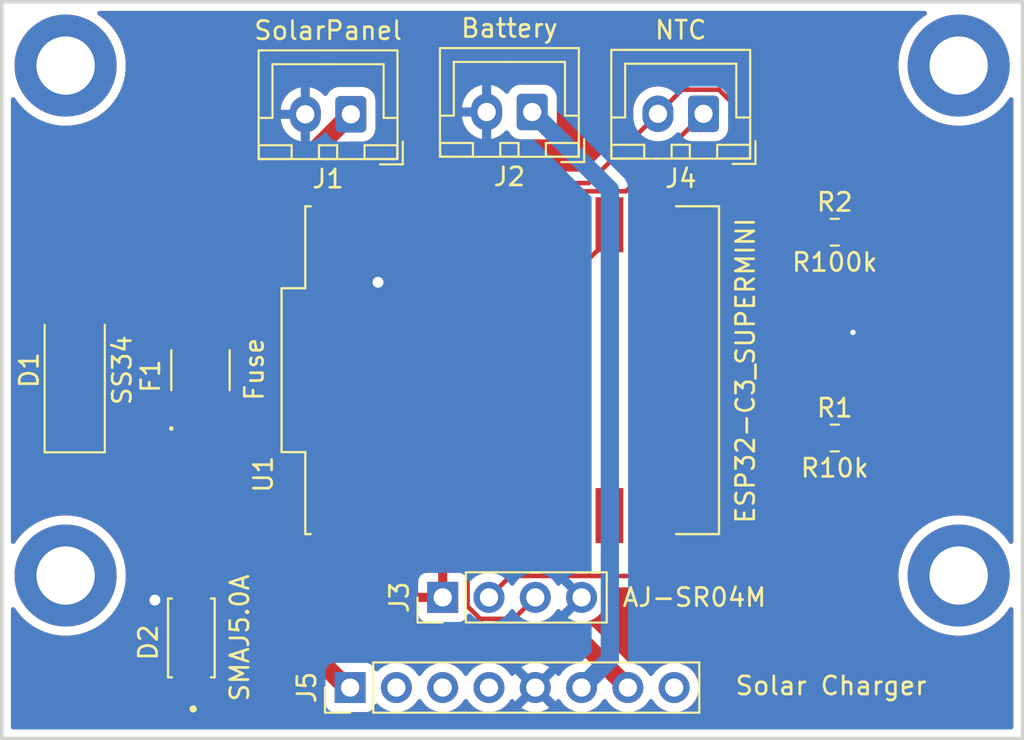
<source format=kicad_pcb>
(kicad_pcb (version 20241229) (generator "pcbnew") (generator_version "9.0")
  (layers (0 "F.Cu" signal) (2 "B.Cu" signal) (13 "F.Paste" user) (15 "B.Paste" user) (5 "F.SilkS" user "F.Silkscreen") (7 "B.SilkS" user "B.Silkscreen") (1 "F.Mask" user) (3 "B.Mask" user) (25 "Edge.Cuts" user))
  (net 0 "")
  (net 1 "SOLAR_POSITIVE")
  (net 2 "GND")
  (net 3 "5V")
  (net 4 "Net-(D1-A)")
  (net 5 "5V_IN")
  (net 6 "BAT_POSITIVE")
  (net 7 "Net-(J3-Pin_3)")
  (net 8 "Net-(J3-Pin_2)")
  (net 9 "Net-(J4-Pin_2)")
  (net 10 "3.3V")
  (footprint "Resistor_SMD:R_0805_2012Metric_Pad1.20x1.40mm_HandSolder" (layer "F.Cu") (at 163.8 92.2)
    (property "Reference" "R1" (at 0 -1.65 0) (layer "F.SilkS"))
    (property "Value" "R10k" (at 0 1.65 0) (layer "F.SilkS"))
    (fp_line (start -0.227064 -0.735) (end 0.227064 -0.735) (stroke (width 0.12)) (layer "F.SilkS"))
    (fp_line (start -0.227064 0.735) (end 0.227064 0.735) (stroke (width 0.12)) (layer "F.SilkS"))
    (pad "1" smd roundrect (at -1 0) (size 1.2 1.4) (layers "F.Cu" "F.Mask" "F.Paste") (roundrect_rratio 0.208333) (net 8 "Net-(J3-Pin_2)"))
    (pad "2" smd roundrect (at 1 0) (size 1.2 1.4) (layers "F.Cu" "F.Mask" "F.Paste") (roundrect_rratio 0.208333) (net 2 "GND"))
  )
  (footprint "Connector_JST:JST_XH_B2B-XH-A_1x02_P2.50mm_Vertical" (layer "F.Cu") (at 147.2 74.3 180)
    (property "Reference" "J2" (at 1.25 -3.55 0) (layer "F.SilkS"))
    (property "Value" "Battery" (at 1.25 4.6 0) (layer "F.SilkS"))
    (fp_line (start 5.06 3.51) (end 5.06 -2.46) (stroke (width 0.12)) (layer "F.SilkS"))
    (fp_line (start 5.06 -2.46) (end -2.56 -2.46) (stroke (width 0.12)) (layer "F.SilkS"))
    (fp_line (start 5.05 -0.2) (end 4.3 -0.2) (stroke (width 0.12)) (layer "F.SilkS"))
    (fp_line (start 5.05 -1.7) (end 5.05 -2.45) (stroke (width 0.12)) (layer "F.SilkS"))
    (fp_line (start 5.05 -2.45) (end 3.25 -2.45) (stroke (width 0.12)) (layer "F.SilkS"))
    (fp_line (start 4.3 2.75) (end 1.25 2.75) (stroke (width 0.12)) (layer "F.SilkS"))
    (fp_line (start 4.3 -0.2) (end 4.3 2.75) (stroke (width 0.12)) (layer "F.SilkS"))
    (fp_line (start 3.25 -1.7) (end 5.05 -1.7) (stroke (width 0.12)) (layer "F.SilkS"))
    (fp_line (start 3.25 -2.45) (end 3.25 -1.7) (stroke (width 0.12)) (layer "F.SilkS"))
    (fp_line (start 1.75 -1.7) (end 1.75 -2.45) (stroke (width 0.12)) (layer "F.SilkS"))
    (fp_line (start 1.75 -2.45) (end 0.75 -2.45) (stroke (width 0.12)) (layer "F.SilkS"))
    (fp_line (start 0.75 -1.7) (end 1.75 -1.7) (stroke (width 0.12)) (layer "F.SilkS"))
    (fp_line (start 0.75 -2.45) (end 0.75 -1.7) (stroke (width 0.12)) (layer "F.SilkS"))
    (fp_line (start -0.75 -1.7) (end -0.75 -2.45) (stroke (width 0.12)) (layer "F.SilkS"))
    (fp_line (start -0.75 -2.45) (end -2.55 -2.45) (stroke (width 0.12)) (layer "F.SilkS"))
    (fp_line (start -1.6 -2.75) (end -2.85 -2.75) (stroke (width 0.12)) (layer "F.SilkS"))
    (fp_line (start -1.8 2.75) (end 1.25 2.75) (stroke (width 0.12)) (layer "F.SilkS"))
    (fp_line (start -1.8 -0.2) (end -1.8 2.75) (stroke (width 0.12)) (layer "F.SilkS"))
    (fp_line (start -2.55 -0.2) (end -1.8 -0.2) (stroke (width 0.12)) (layer "F.SilkS"))
    (fp_line (start -2.55 -1.7) (end -0.75 -1.7) (stroke (width 0.12)) (layer "F.SilkS"))
    (fp_line (start -2.55 -2.45) (end -2.55 -1.7) (stroke (width 0.12)) (layer "F.SilkS"))
    (fp_line (start -2.56 3.51) (end 5.06 3.51) (stroke (width 0.12)) (layer "F.SilkS"))
    (fp_line (start -2.56 -2.46) (end -2.56 3.51) (stroke (width 0.12)) (layer "F.SilkS"))
    (fp_line (start -2.85 -2.75) (end -2.85 -1.5) (stroke (width 0.12)) (layer "F.SilkS"))
    (pad "1" thru_hole roundrect (at 0 0 180) (size 1.7 2) (drill 1) (layers "*.Cu" "*.Mask") (roundrect_rratio 0.147059) (net 6 "BAT_POSITIVE"))
    (pad "2" thru_hole oval (at 2.5 0 180) (size 1.7 2) (drill 1) (layers "*.Cu" "*.Mask") (net 2 "GND"))
  )
  (footprint "footprints:MODULE_ESP32-C3_SUPERMINI_SMD" (layer "F.Cu") (at 146.1 88.475 90)
    (property "Reference" "U1" (at -5.715 -13.6525 90) (layer "F.SilkS"))
    (property "Value" "ESP32-C3_SUPERMINI" (at -0.025 12.8 90) (layer "F.SilkS"))
    (fp_line (start 4.5 -12.65) (end -4.5 -12.65) (stroke (width 0.127)) (layer "F.SilkS"))
    (fp_line (start 4.5 -12.65) (end 4.5 -11.35) (stroke (width 0.127)) (layer "F.SilkS"))
    (fp_line (start -4.5 -12.65) (end -4.5 -11.35) (stroke (width 0.127)) (layer "F.SilkS"))
    (fp_line (start 9 -11.35) (end 4.5 -11.35) (stroke (width 0.127)) (layer "F.SilkS"))
    (fp_line (start -4.5 -11.35) (end -9 -11.35) (stroke (width 0.127)) (layer "F.SilkS"))
    (fp_line (start 9 -11.05) (end 9 -11.35) (stroke (width 0.127)) (layer "F.SilkS"))
    (fp_line (start -9 -11.05) (end -9 -11.35) (stroke (width 0.127)) (layer "F.SilkS"))
    (fp_line (start 9 11.35) (end 9 9) (stroke (width 0.127)) (layer "F.SilkS"))
    (fp_line (start 9 11.35) (end -9 11.35) (stroke (width 0.127)) (layer "F.SilkS"))
    (fp_line (start -9 11.35) (end -9 9) (stroke (width 0.127)) (layer "F.SilkS"))
    (pad "0" smd rect (at 7.985 7.88 90) (size 3.025 1.524) (layers "F.Cu" "F.Mask" "F.Paste") (net 8 "Net-(J3-Pin_2)"))
    (pad "1" smd rect (at 7.985 5.34 90) (size 3.025 1.524) (layers "F.Cu" "F.Mask" "F.Paste") (net 7 "Net-(J3-Pin_3)"))
    (pad "2" smd rect (at 7.985 2.8 90) (size 3.025 1.524) (layers "F.Cu" "F.Mask" "F.Paste"))
    (pad "3" smd rect (at 7.985 0.26 90) (size 3.025 1.524) (layers "F.Cu" "F.Mask" "F.Paste"))
    (pad "3.3" smd rect (at 7.985 -4.82 90) (size 3.025 1.524) (layers "F.Cu" "F.Mask" "F.Paste") (net 10 "3.3V"))
    (pad "4" smd rect (at 7.985 -2.28 90) (size 3.025 1.524) (layers "F.Cu" "F.Mask" "F.Paste") (net 9 "Net-(J4-Pin_2)"))
    (pad "5" smd rect (at -7.985 -9.9 90) (size 3.025 1.524) (layers "F.Cu" "F.Mask" "F.Paste"))
    (pad "5V" smd rect (at 7.985 -9.9 90) (size 3.025 1.524) (layers "F.Cu" "F.Mask" "F.Paste") (net 3 "5V"))
    (pad "6" smd rect (at -7.985 -7.36 90) (size 3.025 1.524) (layers "F.Cu" "F.Mask" "F.Paste"))
    (pad "7" smd rect (at -7.985 -4.82 90) (size 3.025 1.524) (layers "F.Cu" "F.Mask" "F.Paste"))
    (pad "8" smd rect (at -7.985 -2.28 90) (size 3.025 1.524) (layers "F.Cu" "F.Mask" "F.Paste"))
    (pad "9" smd rect (at -7.985 0.26 90) (size 3.025 1.524) (layers "F.Cu" "F.Mask" "F.Paste"))
    (pad "10" smd rect (at -7.985 2.8 90) (size 3.025 1.524) (layers "F.Cu" "F.Mask" "F.Paste"))
    (pad "20" smd rect (at -7.985 5.34 90) (size 3.025 1.524) (layers "F.Cu" "F.Mask" "F.Paste"))
    (pad "21" smd rect (at -7.985 7.88 90) (size 3.025 1.524) (layers "F.Cu" "F.Mask" "F.Paste"))
    (pad "G" smd rect (at 7.985 -7.36 90) (size 3.025 1.524) (layers "F.Cu" "F.Mask" "F.Paste") (net 2 "GND"))
  )
  (footprint "Connector_PinHeader_2.54mm:PinHeader_1x08_P2.54mm_Vertical" (layer "F.Cu") (at 137.21 105.9 90)
    (property "Reference" "J5" (at 0 -2.38 90) (layer "F.SilkS"))
    (property "Value" "Solar Charger" (at 0.1 26.39 180) (layer "F.SilkS"))
    (fp_line (start -1.38 -1.38) (end 0 -1.38) (stroke (width 0.12)) (layer "F.SilkS"))
    (fp_line (start -1.38 0) (end -1.38 -1.38) (stroke (width 0.12)) (layer "F.SilkS"))
    (fp_line (start 1.38 1.27) (end 1.38 19.16) (stroke (width 0.12)) (layer "F.SilkS"))
    (fp_line (start -1.38 1.27) (end 1.38 1.27) (stroke (width 0.12)) (layer "F.SilkS"))
    (fp_line (start -1.38 1.27) (end -1.38 19.16) (stroke (width 0.12)) (layer "F.SilkS"))
    (fp_line (start -1.38 19.16) (end 1.38 19.16) (stroke (width 0.12)) (layer "F.SilkS"))
    (pad "1" thru_hole rect (at 0 0 90) (size 1.7 1.7) (drill 1) (layers "*.Cu" "*.Mask") (net 1 "SOLAR_POSITIVE"))
    (pad "2" thru_hole circle (at 0 2.54 90) (size 1.7 1.7) (drill 1) (layers "*.Cu" "*.Mask"))
    (pad "3" thru_hole circle (at 0 5.08 90) (size 1.7 1.7) (drill 1) (layers "*.Cu" "*.Mask"))
    (pad "4" thru_hole circle (at 0 7.62 90) (size 1.7 1.7) (drill 1) (layers "*.Cu" "*.Mask"))
    (pad "5" thru_hole circle (at 0 10.16 90) (size 1.7 1.7) (drill 1) (layers "*.Cu" "*.Mask") (net 2 "GND"))
    (pad "6" thru_hole circle (at 0 12.7 90) (size 1.7 1.7) (drill 1) (layers "*.Cu" "*.Mask") (net 6 "BAT_POSITIVE"))
    (pad "7" thru_hole circle (at 0 15.24 90) (size 1.7 1.7) (drill 1) (layers "*.Cu" "*.Mask") (net 5 "5V_IN"))
    (pad "8" thru_hole circle (at 0 17.78 90) (size 1.7 1.7) (drill 1) (layers "*.Cu" "*.Mask"))
  )
  (footprint "MountingHole:MountingHole_3.2mm_M3_DIN965_Pad_TopBottom" (layer "F.Cu") (at 170.6 99.75)
    (property "Reference" "REF**" (hide yes))
    (property "Value" "MountingHole_3.2mm_M3_DIN965_Pad_TopBottom" (hide yes))
    (pad "1" thru_hole circle (at 0 0) (size 3.6 3.6) (drill 3.2) (layers "*.Cu" "*.Mask"))
    (pad "1" connect circle (at 0 0) (size 5.6 5.6) (layers "F.Cu" "F.Mask"))
    (pad "1" connect circle (at 0 0) (size 5.6 5.6) (layers "B.Cu" "B.Mask"))
  )
  (footprint "MountingHole:MountingHole_3.2mm_M3_DIN965_Pad_TopBottom" (layer "F.Cu") (at 170.6 71.75)
    (property "Reference" "REF**" (hide yes))
    (property "Value" "MountingHole_3.2mm_M3_DIN965_Pad_TopBottom" (hide yes))
    (pad "1" thru_hole circle (at 0 0) (size 3.6 3.6) (drill 3.2) (layers "*.Cu" "*.Mask"))
    (pad "1" connect circle (at 0 0) (size 5.6 5.6) (layers "F.Cu" "F.Mask"))
    (pad "1" connect circle (at 0 0) (size 5.6 5.6) (layers "B.Cu" "B.Mask"))
  )
  (footprint "Diode_SMD:D_SMA_Handsoldering" (layer "F.Cu") (at 122.1 88.475 90)
    (property "Reference" "D1" (at 0 -2.5 90) (layer "F.SilkS"))
    (property "Value" "SS34" (at 0 2.6 90) (layer "F.SilkS"))
    (fp_line (start -4.51 -1.65) (end 2.5 -1.65) (stroke (width 0.12)) (layer "F.SilkS"))
    (fp_line (start -4.51 -1.65) (end -4.51 1.65) (stroke (width 0.12)) (layer "F.SilkS"))
    (fp_line (start -4.51 1.65) (end 2.5 1.65) (stroke (width 0.12)) (layer "F.SilkS"))
    (pad "1" smd roundrect (at -2.5 0 90) (size 3.5 1.8) (layers "F.Cu" "F.Mask" "F.Paste") (roundrect_rratio 0.1388888889) (net 1 "SOLAR_POSITIVE"))
    (pad "2" smd roundrect (at 2.5 0 90) (size 3.5 1.8) (layers "F.Cu" "F.Mask" "F.Paste") (roundrect_rratio 0.1388888889) (net 4 "Net-(D1-A)"))
  )
  (footprint "MountingHole:MountingHole_3.2mm_M3_DIN965_Pad_TopBottom" (layer "F.Cu") (at 121.6 71.75)
    (property "Reference" "REF**" (hide yes))
    (property "Value" "MountingHole_3.2mm_M3_DIN965_Pad_TopBottom" (hide yes))
    (pad "1" thru_hole circle (at 0 0) (size 3.6 3.6) (drill 3.2) (layers "*.Cu" "*.Mask"))
    (pad "1" connect circle (at 0 0) (size 5.6 5.6) (layers "F.Cu" "F.Mask"))
    (pad "1" connect circle (at 0 0) (size 5.6 5.6) (layers "B.Cu" "B.Mask"))
  )
  (footprint "Connector_PinHeader_2.54mm:PinHeader_1x04_P2.54mm_Vertical" (layer "F.Cu") (at 142.29 100.95 90)
    (property "Reference" "J3" (at 0 -2.38 90) (layer "F.SilkS"))
    (property "Value" "AJ-SR04M" (at 0 13.81 180) (layer "F.SilkS"))
    (fp_line (start -1.38 -1.38) (end 0 -1.38) (stroke (width 0.12)) (layer "F.SilkS"))
    (fp_line (start -1.38 0) (end -1.38 -1.38) (stroke (width 0.12)) (layer "F.SilkS"))
    (fp_line (start 1.38 1.27) (end 1.38 9) (stroke (width 0.12)) (layer "F.SilkS"))
    (fp_line (start -1.38 1.27) (end 1.38 1.27) (stroke (width 0.12)) (layer "F.SilkS"))
    (fp_line (start -1.38 1.27) (end -1.38 9) (stroke (width 0.12)) (layer "F.SilkS"))
    (fp_line (start -1.38 9) (end 1.38 9) (stroke (width 0.12)) (layer "F.SilkS"))
    (pad "1" thru_hole rect (at 0 0 90) (size 1.7 1.7) (drill 1) (layers "*.Cu" "*.Mask") (net 3 "5V"))
    (pad "2" thru_hole circle (at 0 2.54 90) (size 1.7 1.7) (drill 1) (layers "*.Cu" "*.Mask") (net 8 "Net-(J3-Pin_2)"))
    (pad "3" thru_hole circle (at 0 5.08 90) (size 1.7 1.7) (drill 1) (layers "*.Cu" "*.Mask") (net 7 "Net-(J3-Pin_3)"))
    (pad "4" thru_hole circle (at 0 7.62 90) (size 1.7 1.7) (drill 1) (layers "*.Cu" "*.Mask") (net 2 "GND"))
  )
  (footprint "Connector_JST:JST_XH_B2B-XH-A_1x02_P2.50mm_Vertical" (layer "F.Cu") (at 156.6 74.4 180)
    (property "Reference" "J4" (at 1.25 -3.55 0) (layer "F.SilkS"))
    (property "Value" "NTC" (at 1.25 4.6 0) (layer "F.SilkS"))
    (fp_line (start 5.06 3.51) (end 5.06 -2.46) (stroke (width 0.12)) (layer "F.SilkS"))
    (fp_line (start 5.06 -2.46) (end -2.56 -2.46) (stroke (width 0.12)) (layer "F.SilkS"))
    (fp_line (start 5.05 -0.2) (end 4.3 -0.2) (stroke (width 0.12)) (layer "F.SilkS"))
    (fp_line (start 5.05 -1.7) (end 5.05 -2.45) (stroke (width 0.12)) (layer "F.SilkS"))
    (fp_line (start 5.05 -2.45) (end 3.25 -2.45) (stroke (width 0.12)) (layer "F.SilkS"))
    (fp_line (start 4.3 2.75) (end 1.25 2.75) (stroke (width 0.12)) (layer "F.SilkS"))
    (fp_line (start 4.3 -0.2) (end 4.3 2.75) (stroke (width 0.12)) (layer "F.SilkS"))
    (fp_line (start 3.25 -1.7) (end 5.05 -1.7) (stroke (width 0.12)) (layer "F.SilkS"))
    (fp_line (start 3.25 -2.45) (end 3.25 -1.7) (stroke (width 0.12)) (layer "F.SilkS"))
    (fp_line (start 1.75 -1.7) (end 1.75 -2.45) (stroke (width 0.12)) (layer "F.SilkS"))
    (fp_line (start 1.75 -2.45) (end 0.75 -2.45) (stroke (width 0.12)) (layer "F.SilkS"))
    (fp_line (start 0.75 -1.7) (end 1.75 -1.7) (stroke (width 0.12)) (layer "F.SilkS"))
    (fp_line (start 0.75 -2.45) (end 0.75 -1.7) (stroke (width 0.12)) (layer "F.SilkS"))
    (fp_line (start -0.75 -1.7) (end -0.75 -2.45) (stroke (width 0.12)) (layer "F.SilkS"))
    (fp_line (start -0.75 -2.45) (end -2.55 -2.45) (stroke (width 0.12)) (layer "F.SilkS"))
    (fp_line (start -1.6 -2.75) (end -2.85 -2.75) (stroke (width 0.12)) (layer "F.SilkS"))
    (fp_line (start -1.8 2.75) (end 1.25 2.75) (stroke (width 0.12)) (layer "F.SilkS"))
    (fp_line (start -1.8 -0.2) (end -1.8 2.75) (stroke (width 0.12)) (layer "F.SilkS"))
    (fp_line (start -2.55 -0.2) (end -1.8 -0.2) (stroke (width 0.12)) (layer "F.SilkS"))
    (fp_line (start -2.55 -1.7) (end -0.75 -1.7) (stroke (width 0.12)) (layer "F.SilkS"))
    (fp_line (start -2.55 -2.45) (end -2.55 -1.7) (stroke (width 0.12)) (layer "F.SilkS"))
    (fp_line (start -2.56 3.51) (end 5.06 3.51) (stroke (width 0.12)) (layer "F.SilkS"))
    (fp_line (start -2.56 -2.46) (end -2.56 3.51) (stroke (width 0.12)) (layer "F.SilkS"))
    (fp_line (start -2.85 -2.75) (end -2.85 -1.5) (stroke (width 0.12)) (layer "F.SilkS"))
    (pad "1" thru_hole roundrect (at 0 0 180) (size 1.7 2) (drill 1) (layers "*.Cu" "*.Mask") (roundrect_rratio 0.147059) (net 10 "3.3V"))
    (pad "2" thru_hole oval (at 2.5 0 180) (size 1.7 2) (drill 1) (layers "*.Cu" "*.Mask") (net 9 "Net-(J4-Pin_2)"))
  )
  (footprint "footprints:FUSM4632X85" (layer "F.Cu") (at 129 88.475 90)
    (property "Reference" "F1" (at -0.325475 -2.738945 90) (layer "F.SilkS") (effects (font (size 1.001441 1.001441))))
    (property "Value" "Fuse" (at 0.05 2.95 90) (layer "F.SilkS") (effects (font (size 1.00085 1.00085))))
    (fp_line (start -1.1 -1.6) (end 1.1 -1.6) (stroke (width 0.127)) (layer "F.SilkS"))
    (fp_line (start 1.1 1.6) (end -1.1 1.6) (stroke (width 0.127)) (layer "F.SilkS"))
    (fp_circle (center -3.2 -1.6) (end -3.073 -1.6) (fill yes) (layer "F.SilkS"))
    (pad "1" smd rect (at -2.1 0 90) (size 1.5 3.2) (layers "F.Cu" "F.Mask" "F.Paste") (net 5 "5V_IN"))
    (pad "2" smd rect (at 2.1 0 90) (size 1.5 3.2) (layers "F.Cu" "F.Mask" "F.Paste") (net 3 "5V"))
  )
  (footprint "Connector_JST:JST_XH_B2B-XH-A_1x02_P2.50mm_Vertical" (layer "F.Cu") (at 137.25 74.425 180)
    (property "Reference" "J1" (at 1.25 -3.55 0) (layer "F.SilkS"))
    (property "Value" "SolarPanel" (at 1.25 4.6 0) (layer "F.SilkS"))
    (fp_line (start 5.06 3.51) (end 5.06 -2.46) (stroke (width 0.12)) (layer "F.SilkS"))
    (fp_line (start 5.06 -2.46) (end -2.56 -2.46) (stroke (width 0.12)) (layer "F.SilkS"))
    (fp_line (start 5.05 -0.2) (end 4.3 -0.2) (stroke (width 0.12)) (layer "F.SilkS"))
    (fp_line (start 5.05 -1.7) (end 5.05 -2.45) (stroke (width 0.12)) (layer "F.SilkS"))
    (fp_line (start 5.05 -2.45) (end 3.25 -2.45) (stroke (width 0.12)) (layer "F.SilkS"))
    (fp_line (start 4.3 2.75) (end 1.25 2.75) (stroke (width 0.12)) (layer "F.SilkS"))
    (fp_line (start 4.3 -0.2) (end 4.3 2.75) (stroke (width 0.12)) (layer "F.SilkS"))
    (fp_line (start 3.25 -1.7) (end 5.05 -1.7) (stroke (width 0.12)) (layer "F.SilkS"))
    (fp_line (start 3.25 -2.45) (end 3.25 -1.7) (stroke (width 0.12)) (layer "F.SilkS"))
    (fp_line (start 1.75 -1.7) (end 1.75 -2.45) (stroke (width 0.12)) (layer "F.SilkS"))
    (fp_line (start 1.75 -2.45) (end 0.75 -2.45) (stroke (width 0.12)) (layer "F.SilkS"))
    (fp_line (start 0.75 -1.7) (end 1.75 -1.7) (stroke (width 0.12)) (layer "F.SilkS"))
    (fp_line (start 0.75 -2.45) (end 0.75 -1.7) (stroke (width 0.12)) (layer "F.SilkS"))
    (fp_line (start -0.75 -1.7) (end -0.75 -2.45) (stroke (width 0.12)) (layer "F.SilkS"))
    (fp_line (start -0.75 -2.45) (end -2.55 -2.45) (stroke (width 0.12)) (layer "F.SilkS"))
    (fp_line (start -1.6 -2.75) (end -2.85 -2.75) (stroke (width 0.12)) (layer "F.SilkS"))
    (fp_line (start -1.8 2.75) (end 1.25 2.75) (stroke (width 0.12)) (layer "F.SilkS"))
    (fp_line (start -1.8 -0.2) (end -1.8 2.75) (stroke (width 0.12)) (layer "F.SilkS"))
    (fp_line (start -2.55 -0.2) (end -1.8 -0.2) (stroke (width 0.12)) (layer "F.SilkS"))
    (fp_line (start -2.55 -1.7) (end -0.75 -1.7) (stroke (width 0.12)) (layer "F.SilkS"))
    (fp_line (start -2.55 -2.45) (end -2.55 -1.7) (stroke (width 0.12)) (layer "F.SilkS"))
    (fp_line (start -2.56 3.51) (end 5.06 3.51) (stroke (width 0.12)) (layer "F.SilkS"))
    (fp_line (start -2.56 -2.46) (end -2.56 3.51) (stroke (width 0.12)) (layer "F.SilkS"))
    (fp_line (start -2.85 -2.75) (end -2.85 -1.5) (stroke (width 0.12)) (layer "F.SilkS"))
    (pad "1" thru_hole roundrect (at 0 0 180) (size 1.7 2) (drill 1) (layers "*.Cu" "*.Mask") (roundrect_rratio 0.147059) (net 4 "Net-(D1-A)"))
    (pad "2" thru_hole oval (at 2.5 0 180) (size 1.7 2) (drill 1) (layers "*.Cu" "*.Mask") (net 2 "GND"))
  )
  (footprint "MountingHole:MountingHole_3.2mm_M3_DIN965_Pad_TopBottom" (layer "F.Cu") (at 121.6 99.75)
    (property "Reference" "REF**" (hide yes))
    (property "Value" "MountingHole_3.2mm_M3_DIN965_Pad_TopBottom" (hide yes))
    (pad "1" thru_hole circle (at 0 0) (size 3.6 3.6) (drill 3.2) (layers "*.Cu" "*.Mask"))
    (pad "1" connect circle (at 0 0) (size 5.6 5.6) (layers "F.Cu" "F.Mask"))
    (pad "1" connect circle (at 0 0) (size 5.6 5.6) (layers "B.Cu" "B.Mask"))
  )
  (footprint "footprints:DIOM4325X250N" (layer "F.Cu") (at 128.5 103.175 90)
    (property "Reference" "D2" (at -0.25 -2.365 90) (layer "F.SilkS"))
    (property "Value" "SMAJ5.0A" (at 0 2.65 90) (layer "F.SilkS"))
    (fp_line (start 2.165 -1.28) (end -2.165 -1.28) (stroke (width 0.127)) (layer "F.SilkS"))
    (fp_line (start -2.165 -1.28) (end -2.165 -1.07) (stroke (width 0.127)) (layer "F.SilkS"))
    (fp_line (start 2.165 -1.07) (end 2.165 -1.28) (stroke (width 0.127)) (layer "F.SilkS"))
    (fp_line (start 2.165 1.28) (end 2.165 1.07) (stroke (width 0.127)) (layer "F.SilkS"))
    (fp_line (start -2.165 1.28) (end -2.165 1.07) (stroke (width 0.127)) (layer "F.SilkS"))
    (fp_line (start -2.165 1.28) (end 2.165 1.28) (stroke (width 0.127)) (layer "F.SilkS"))
    (fp_circle (center -3.9 0.1) (end -3.8 0.1) (stroke (width 0.2)) (fill no) (layer "F.SilkS"))
    (pad "A" smd rect (at 2.115 0 90) (size 2.12 1.5) (layers "F.Cu" "F.Mask" "F.Paste") (net 2 "GND"))
    (pad "C" smd rect (at -2.115 0 90) (size 2.12 1.5) (layers "F.Cu" "F.Mask" "F.Paste") (net 3 "5V"))
  )
  (footprint "Resistor_SMD:R_0805_2012Metric_Pad1.20x1.40mm_HandSolder" (layer "F.Cu") (at 163.8 80.9)
    (property "Reference" "R2" (at 0 -1.65 0) (layer "F.SilkS"))
    (property "Value" "R100k" (at 0 1.65 0) (layer "F.SilkS"))
    (fp_line (start -0.227064 -0.735) (end 0.227064 -0.735) (stroke (width 0.12)) (layer "F.SilkS"))
    (fp_line (start -0.227064 0.735) (end 0.227064 0.735) (stroke (width 0.12)) (layer "F.SilkS"))
    (pad "1" smd roundrect (at -1 0) (size 1.2 1.4) (layers "F.Cu" "F.Mask" "F.Paste") (roundrect_rratio 0.208333) (net 9 "Net-(J4-Pin_2)"))
    (pad "2" smd roundrect (at 1 0) (size 1.2 1.4) (layers "F.Cu" "F.Mask" "F.Paste") (roundrect_rratio 0.208333) (net 2 "GND"))
  )
  (gr_rect (start 118.1 68.25) (end 174.1 108.7) (stroke (width 0.2)) (fill no) (layer "Edge.Cuts"))
  (segment (start 122.1 90.975) (end 137.025 105.9) (width 1) (layer "F.Cu") (net 1))
  (segment (start 137.025 105.9) (end 137.21 105.9) (width 1) (layer "F.Cu") (net 1))
  (segment (start 128.5 101.06) (end 126.54 101.06) (width 1) (layer "F.Cu") (net 2))
  (segment (start 164.8 86.2) (end 164.8 86.4) (width 0.25) (layer "F.Cu") (net 2))
  (segment (start 164.8 86.4) (end 164.8 92.2) (width 0.25) (layer "F.Cu") (net 2))
  (segment (start 164.8 80.9) (end 164.8 86.2) (width 0.25) (layer "F.Cu") (net 2))
  (segment (start 138.74 80.49) (end 138.74 83.65) (width 1) (layer "F.Cu") (net 2))
  (segment (start 126.54 101.06) (end 126.5 101.1) (width 1) (layer "F.Cu") (net 2))
  (via (at 138.74 83.65) (size 1.2) (drill 0.6) (layers "F.Cu" "B.Cu") (net 2))
  (via (at 164.8 86.4) (size 0.6) (drill 0.3) (layers "F.Cu" "B.Cu") (net 2))
  (via (at 126.5 101.1) (size 1.2) (drill 0.6) (layers "F.Cu" "B.Cu") (net 2))
  (segment (start 137.25 74.425) (end 125.7 85.975) (width 1) (layer "F.Cu") (net 4))
  (segment (start 125.7 85.975) (end 122.1 85.975) (width 1) (layer "F.Cu") (net 4))
  (segment (start 149.95 103.4) (end 137.5 103.4) (width 1) (layer "F.Cu") (net 5))
  (segment (start 129 94.9) (end 129 90.575) (width 1) (layer "F.Cu") (net 5))
  (segment (start 152.45 105.9) (end 149.95 103.4) (width 1) (layer "F.Cu") (net 5))
  (segment (start 137.5 103.4) (end 129 94.9) (width 1) (layer "F.Cu") (net 5))
  (segment (start 151.461 104.349) (end 149.91 105.9) (width 1) (layer "B.Cu") (net 6))
  (segment (start 147.2 74.3) (end 151.461 78.561) (width 1) (layer "B.Cu") (net 6))
  (segment (start 151.461 78.561) (end 151.461 104.349) (width 1) (layer "B.Cu") (net 6))
  (segment (start 144.342884 102.126) (end 143.654 101.437116) (width 0.25) (layer "F.Cu") (net 7))
  (segment (start 145.272 98.2985) (end 145.272 87.4085) (width 0.25) (layer "F.Cu") (net 7))
  (segment (start 143.654 101.437116) (end 143.654 99.9165) (width 0.25) (layer "F.Cu") (net 7))
  (segment (start 146.194 102.126) (end 144.342884 102.126) (width 0.25) (layer "F.Cu") (net 7))
  (segment (start 143.654 99.9165) (end 145.272 98.2985) (width 0.25) (layer "F.Cu") (net 7))
  (segment (start 145.272 87.4085) (end 151.44 81.2405) (width 0.25) (layer "F.Cu") (net 7))
  (segment (start 151.44 81.2405) (end 151.44 80.49) (width 0.25) (layer "F.Cu") (net 7))
  (segment (start 147.37 100.95) (end 146.194 102.126) (width 0.25) (layer "F.Cu") (net 7))
  (segment (start 162.8 92.2) (end 155.226 99.774) (width 0.25) (layer "F.Cu") (net 8))
  (segment (start 153.98 83.38) (end 162.8 92.2) (width 0.25) (layer "F.Cu") (net 8))
  (segment (start 155.226 99.774) (end 146.006 99.774) (width 0.25) (layer "F.Cu") (net 8))
  (segment (start 146.006 99.774) (end 144.83 100.95) (width 0.25) (layer "F.Cu") (net 8))
  (segment (start 153.98 80.49) (end 153.98 83.38) (width 0.25) (layer "F.Cu") (net 8))
  (segment (start 140.643 78.2005) (end 140.192 78.6515) (width 0.25) (layer "F.Cu") (net 9))
  (segment (start 150.2995 78.2005) (end 140.643 78.2005) (width 0.25) (layer "F.Cu") (net 9))
  (segment (start 154.1 74.4) (end 150.2995 78.2005) (width 0.25) (layer "F.Cu") (net 9))
  (segment (start 162.8 78.428486) (end 162.8 80.9) (width 0.25) (layer "F.Cu") (net 9))
  (segment (start 142.2715 82.3285) (end 143.82 80.78) (width 0.25) (layer "F.Cu") (net 9))
  (segment (start 154.1 74.4) (end 155.426 73.074) (width 0.25) (layer "F.Cu") (net 9))
  (segment (start 140.192 82.3285) (end 142.2715 82.3285) (width 0.25) (layer "F.Cu") (net 9))
  (segment (start 140.192 78.6515) (end 140.192 82.3285) (width 0.25) (layer "F.Cu") (net 9))
  (segment (start 155.426 73.074) (end 157.445514 73.074) (width 0.25) (layer "F.Cu") (net 9))
  (segment (start 143.82 80.78) (end 143.82 80.49) (width 0.25) (layer "F.Cu") (net 9))
  (segment (start 157.445514 73.074) (end 162.8 78.428486) (width 0.25) (layer "F.Cu") (net 9))
  (segment (start 141.28 79.7395) (end 141.28 80.49) (width 0.25) (layer "F.Cu") (net 10))
  (segment (start 142.368 78.6515) (end 141.28 79.7395) (width 0.25) (layer "F.Cu") (net 10))
  (segment (start 152.3485 78.6515) (end 142.368 78.6515) (width 0.25) (layer "F.Cu") (net 10))
  (segment (start 156.6 74.4) (end 152.3485 78.6515) (width 0.25) (layer "F.Cu") (net 10))
  (zone (net 3) (net_name "5V") (layer "F.Cu") (connect_pads (clearance 0.5)) (min_thickness 0.25) (fill yes (thermal_gap 0.5) (thermal_bridge_width 0.5))
    (polygon (pts (xy 118.1 68.25) (xy 174.1 68.25) (xy 174.1 108.7) (xy 118.1 108.7)))
  )
  (zone (net 2) (net_name "GND") (layer "B.Cu") (priority 1) (connect_pads (clearance 0.5)) (min_thickness 0.25) (fill yes (thermal_gap 0.5) (thermal_bridge_width 0.5))
    (polygon (pts (xy 118.1 68.25) (xy 174.1 68.25) (xy 174.1 108.7) (xy 118.1 108.7)))
  )
)
</source>
